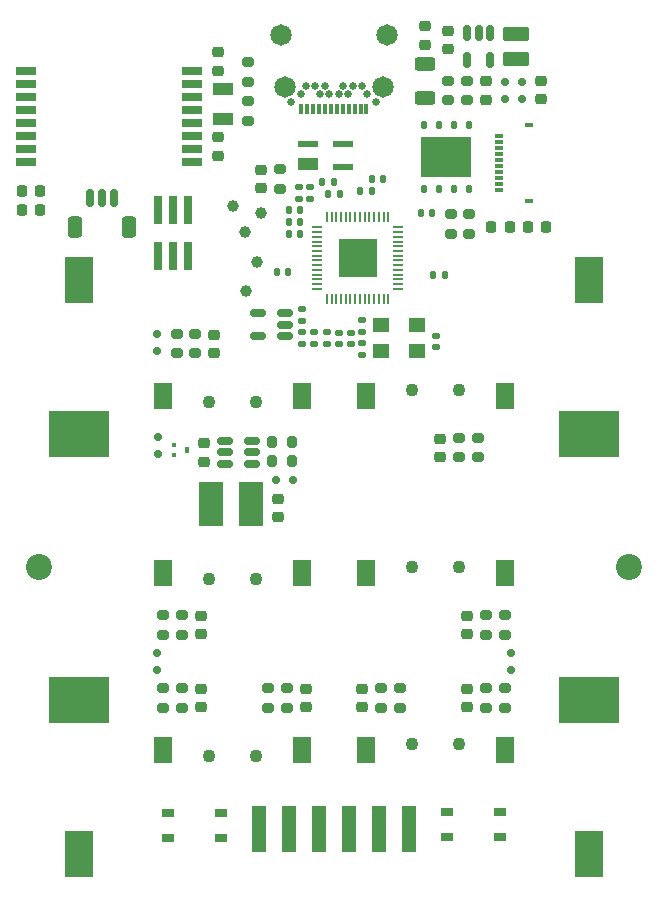
<source format=gbr>
%TF.GenerationSoftware,KiCad,Pcbnew,8.0.1*%
%TF.CreationDate,2024-04-03T20:32:23+03:00*%
%TF.ProjectId,gkos_pebble,676b6f73-5f70-4656-9262-6c652e6b6963,1*%
%TF.SameCoordinates,Original*%
%TF.FileFunction,Soldermask,Bot*%
%TF.FilePolarity,Negative*%
%FSLAX46Y46*%
G04 Gerber Fmt 4.6, Leading zero omitted, Abs format (unit mm)*
G04 Created by KiCad (PCBNEW 8.0.1) date 2024-04-03 20:32:23*
%MOMM*%
%LPD*%
G01*
G04 APERTURE LIST*
G04 Aperture macros list*
%AMRoundRect*
0 Rectangle with rounded corners*
0 $1 Rounding radius*
0 $2 $3 $4 $5 $6 $7 $8 $9 X,Y pos of 4 corners*
0 Add a 4 corners polygon primitive as box body*
4,1,4,$2,$3,$4,$5,$6,$7,$8,$9,$2,$3,0*
0 Add four circle primitives for the rounded corners*
1,1,$1+$1,$2,$3*
1,1,$1+$1,$4,$5*
1,1,$1+$1,$6,$7*
1,1,$1+$1,$8,$9*
0 Add four rect primitives between the rounded corners*
20,1,$1+$1,$2,$3,$4,$5,0*
20,1,$1+$1,$4,$5,$6,$7,0*
20,1,$1+$1,$6,$7,$8,$9,0*
20,1,$1+$1,$8,$9,$2,$3,0*%
G04 Aperture macros list end*
%ADD10C,2.200000*%
%ADD11RoundRect,0.200000X0.275000X-0.200000X0.275000X0.200000X-0.275000X0.200000X-0.275000X-0.200000X0*%
%ADD12RoundRect,0.250000X-0.850000X0.375000X-0.850000X-0.375000X0.850000X-0.375000X0.850000X0.375000X0*%
%ADD13RoundRect,0.150000X-0.200000X0.150000X-0.200000X-0.150000X0.200000X-0.150000X0.200000X0.150000X0*%
%ADD14C,1.100000*%
%ADD15R,1.500000X2.200000*%
%ADD16RoundRect,0.135000X0.185000X-0.135000X0.185000X0.135000X-0.185000X0.135000X-0.185000X-0.135000X0*%
%ADD17RoundRect,0.150000X-0.150000X0.512500X-0.150000X-0.512500X0.150000X-0.512500X0.150000X0.512500X0*%
%ADD18RoundRect,0.140000X-0.170000X0.140000X-0.170000X-0.140000X0.170000X-0.140000X0.170000X0.140000X0*%
%ADD19RoundRect,0.140000X-0.140000X-0.170000X0.140000X-0.170000X0.140000X0.170000X-0.140000X0.170000X0*%
%ADD20R,2.000000X3.800000*%
%ADD21RoundRect,0.225000X0.250000X-0.225000X0.250000X0.225000X-0.250000X0.225000X-0.250000X-0.225000X0*%
%ADD22RoundRect,0.150000X0.200000X-0.150000X0.200000X0.150000X-0.200000X0.150000X-0.200000X-0.150000X0*%
%ADD23RoundRect,0.140000X0.170000X-0.140000X0.170000X0.140000X-0.170000X0.140000X-0.170000X-0.140000X0*%
%ADD24R,0.740000X2.400000*%
%ADD25RoundRect,0.200000X-0.275000X0.200000X-0.275000X-0.200000X0.275000X-0.200000X0.275000X0.200000X0*%
%ADD26RoundRect,0.050000X0.387500X0.050000X-0.387500X0.050000X-0.387500X-0.050000X0.387500X-0.050000X0*%
%ADD27RoundRect,0.050000X0.050000X0.387500X-0.050000X0.387500X-0.050000X-0.387500X0.050000X-0.387500X0*%
%ADD28R,3.200000X3.200000*%
%ADD29RoundRect,0.140000X0.140000X0.170000X-0.140000X0.170000X-0.140000X-0.170000X0.140000X-0.170000X0*%
%ADD30RoundRect,0.200000X-0.200000X-0.275000X0.200000X-0.275000X0.200000X0.275000X-0.200000X0.275000X0*%
%ADD31R,0.450000X0.400000*%
%ADD32R,0.450000X0.500000*%
%ADD33RoundRect,0.135000X-0.135000X-0.185000X0.135000X-0.185000X0.135000X0.185000X-0.135000X0.185000X0*%
%ADD34RoundRect,0.225000X-0.250000X0.225000X-0.250000X-0.225000X0.250000X-0.225000X0.250000X0.225000X0*%
%ADD35C,1.000000*%
%ADD36RoundRect,0.225000X-0.225000X-0.250000X0.225000X-0.250000X0.225000X0.250000X-0.225000X0.250000X0*%
%ADD37RoundRect,0.218750X0.256250X-0.218750X0.256250X0.218750X-0.256250X0.218750X-0.256250X-0.218750X0*%
%ADD38R,1.400000X1.200000*%
%ADD39RoundRect,0.150000X-0.150000X-0.625000X0.150000X-0.625000X0.150000X0.625000X-0.150000X0.625000X0*%
%ADD40RoundRect,0.250000X-0.350000X-0.650000X0.350000X-0.650000X0.350000X0.650000X-0.350000X0.650000X0*%
%ADD41RoundRect,0.150000X-0.512500X-0.150000X0.512500X-0.150000X0.512500X0.150000X-0.512500X0.150000X0*%
%ADD42R,0.800000X0.300000*%
%ADD43R,0.800000X0.400000*%
%ADD44R,2.340000X3.960000*%
%ADD45R,5.080000X3.960000*%
%ADD46R,1.800000X0.800000*%
%ADD47RoundRect,0.150000X-0.150000X-0.200000X0.150000X-0.200000X0.150000X0.200000X-0.150000X0.200000X0*%
%ADD48R,1.800000X1.000000*%
%ADD49RoundRect,0.150000X0.512500X0.150000X-0.512500X0.150000X-0.512500X-0.150000X0.512500X-0.150000X0*%
%ADD50R,1.000000X0.700000*%
%ADD51C,0.650000*%
%ADD52R,0.300000X0.900000*%
%ADD53C,0.660000*%
%ADD54C,1.815000*%
%ADD55RoundRect,0.250000X0.625000X-0.312500X0.625000X0.312500X-0.625000X0.312500X-0.625000X-0.312500X0*%
%ADD56RoundRect,0.225000X0.225000X0.250000X-0.225000X0.250000X-0.225000X-0.250000X0.225000X-0.250000X0*%
%ADD57R,1.200000X4.000000*%
%ADD58R,1.700000X1.000000*%
%ADD59R,1.700000X0.600000*%
%ADD60RoundRect,0.125000X0.125000X-0.250000X0.125000X0.250000X-0.125000X0.250000X-0.125000X-0.250000X0*%
%ADD61R,4.300000X3.400000*%
G04 APERTURE END LIST*
D10*
%TO.C,H2*%
X124200000Y-107700000D03*
%TD*%
%TO.C,H1*%
X174200000Y-107700000D03*
%TD*%
D11*
%TO.C,R1*%
X141900000Y-66625000D03*
X141900000Y-64975000D03*
%TD*%
D12*
%TO.C,L1*%
X164650000Y-62575000D03*
X164650000Y-64725000D03*
%TD*%
D13*
%TO.C,D5*%
X134300000Y-98100000D03*
X134300000Y-96700000D03*
%TD*%
D14*
%TO.C,SW5*%
X155800000Y-107700000D03*
X159800000Y-107700000D03*
D15*
X151900000Y-108200000D03*
X163700000Y-108200000D03*
%TD*%
D16*
%TO.C,R9*%
X151596449Y-87810000D03*
X151596449Y-86790000D03*
%TD*%
D11*
%TO.C,R8*%
X160650000Y-79475000D03*
X160650000Y-77825000D03*
%TD*%
D17*
%TO.C,IC1*%
X160500000Y-62512500D03*
X161450000Y-62512500D03*
X162400000Y-62512500D03*
X162400000Y-64787500D03*
X160500000Y-64787500D03*
%TD*%
D11*
%TO.C,R16*%
X144650000Y-75675000D03*
X144650000Y-74025000D03*
%TD*%
D18*
%TO.C,C6*%
X157796449Y-88120000D03*
X157796449Y-89080000D03*
%TD*%
D19*
%TO.C,C19*%
X151445000Y-75875000D03*
X152405000Y-75875000D03*
%TD*%
D20*
%TO.C,L2*%
X142200000Y-102400000D03*
X138800000Y-102400000D03*
%TD*%
D21*
%TO.C,C22*%
X139400000Y-72875000D03*
X139400000Y-71325000D03*
%TD*%
%TO.C,C36*%
X146800000Y-119575000D03*
X146800000Y-118025000D03*
%TD*%
D11*
%TO.C,R21*%
X163700000Y-113425000D03*
X163700000Y-111775000D03*
%TD*%
D22*
%TO.C,D3*%
X164200000Y-115000000D03*
X164200000Y-116400000D03*
%TD*%
D21*
%TO.C,C8*%
X166750000Y-68075000D03*
X166750000Y-66525000D03*
%TD*%
D23*
%TO.C,C11*%
X147196449Y-76530000D03*
X147196449Y-75570000D03*
%TD*%
D24*
%TO.C,J1*%
X136870000Y-81400000D03*
X136870000Y-77500000D03*
X135600000Y-81400000D03*
X135600000Y-77500000D03*
X134330000Y-81400000D03*
X134330000Y-77500000D03*
%TD*%
D25*
%TO.C,R19*%
X134700000Y-117975000D03*
X134700000Y-119625000D03*
%TD*%
D26*
%TO.C,IC4*%
X154633949Y-78950000D03*
X154633949Y-79350000D03*
X154633949Y-79750000D03*
X154633949Y-80150000D03*
X154633949Y-80550000D03*
X154633949Y-80950000D03*
X154633949Y-81350000D03*
X154633949Y-81750000D03*
X154633949Y-82150000D03*
X154633949Y-82550000D03*
X154633949Y-82950000D03*
X154633949Y-83350000D03*
X154633949Y-83750000D03*
X154633949Y-84150000D03*
D27*
X153796449Y-84987500D03*
X153396449Y-84987500D03*
X152996449Y-84987500D03*
X152596449Y-84987500D03*
X152196449Y-84987500D03*
X151796449Y-84987500D03*
X151396449Y-84987500D03*
X150996449Y-84987500D03*
X150596449Y-84987500D03*
X150196449Y-84987500D03*
X149796449Y-84987500D03*
X149396449Y-84987500D03*
X148996449Y-84987500D03*
X148596449Y-84987500D03*
D26*
X147758949Y-84150000D03*
X147758949Y-83750000D03*
X147758949Y-83350000D03*
X147758949Y-82950000D03*
X147758949Y-82550000D03*
X147758949Y-82150000D03*
X147758949Y-81750000D03*
X147758949Y-81350000D03*
X147758949Y-80950000D03*
X147758949Y-80550000D03*
X147758949Y-80150000D03*
X147758949Y-79750000D03*
X147758949Y-79350000D03*
X147758949Y-78950000D03*
D27*
X148596449Y-78112500D03*
X148996449Y-78112500D03*
X149396449Y-78112500D03*
X149796449Y-78112500D03*
X150196449Y-78112500D03*
X150596449Y-78112500D03*
X150996449Y-78112500D03*
X151396449Y-78112500D03*
X151796449Y-78112500D03*
X152196449Y-78112500D03*
X152596449Y-78112500D03*
X152996449Y-78112500D03*
X153396449Y-78112500D03*
X153796449Y-78112500D03*
D28*
X151196449Y-81550000D03*
%TD*%
D29*
%TO.C,C20*%
X146326449Y-77500000D03*
X145366449Y-77500000D03*
%TD*%
D18*
%TO.C,C16*%
X150600000Y-87870000D03*
X150600000Y-88830000D03*
%TD*%
D14*
%TO.C,SW2*%
X142600000Y-108700000D03*
X138600000Y-108700000D03*
D15*
X146500000Y-108200000D03*
X134700000Y-108200000D03*
%TD*%
D11*
%TO.C,R25*%
X136300000Y-119625000D03*
X136300000Y-117975000D03*
%TD*%
D30*
%TO.C,R5*%
X143975000Y-98700000D03*
X145625000Y-98700000D03*
%TD*%
D31*
%TO.C,Q1*%
X135625000Y-98200000D03*
X135625000Y-97400000D03*
D32*
X136775000Y-97800000D03*
%TD*%
D33*
%TO.C,R10*%
X148190000Y-75100000D03*
X149210000Y-75100000D03*
%TD*%
D34*
%TO.C,C2*%
X158850000Y-62325000D03*
X158850000Y-63875000D03*
%TD*%
D19*
%TO.C,C17*%
X157620000Y-83000000D03*
X158580000Y-83000000D03*
%TD*%
D33*
%TO.C,R11*%
X148690000Y-76100000D03*
X149710000Y-76100000D03*
%TD*%
D34*
%TO.C,C27*%
X137900000Y-118025000D03*
X137900000Y-119575000D03*
%TD*%
D19*
%TO.C,C18*%
X156570000Y-77700000D03*
X157530000Y-77700000D03*
%TD*%
D35*
%TO.C,TP2*%
X141750000Y-84350000D03*
%TD*%
%TO.C,TP1*%
X140650000Y-77100000D03*
%TD*%
D11*
%TO.C,R2*%
X141900000Y-69925000D03*
X141900000Y-68275000D03*
%TD*%
D25*
%TO.C,R4*%
X158850000Y-66525000D03*
X158850000Y-68175000D03*
%TD*%
D34*
%TO.C,C25*%
X139075000Y-88025000D03*
X139075000Y-89575000D03*
%TD*%
D25*
%TO.C,R20*%
X163700000Y-117975000D03*
X163700000Y-119625000D03*
%TD*%
D36*
%TO.C,C23*%
X122775000Y-75850000D03*
X124325000Y-75850000D03*
%TD*%
D30*
%TO.C,R6*%
X143975000Y-97100000D03*
X145625000Y-97100000D03*
%TD*%
D11*
%TO.C,R22*%
X161400000Y-98425000D03*
X161400000Y-96775000D03*
%TD*%
D37*
%TO.C,D9*%
X143050000Y-75637500D03*
X143050000Y-74062500D03*
%TD*%
D11*
%TO.C,R42*%
X153200000Y-119625000D03*
X153200000Y-117975000D03*
%TD*%
D16*
%TO.C,R15*%
X146500000Y-86910000D03*
X146500000Y-85890000D03*
%TD*%
D38*
%TO.C,Y1*%
X156196449Y-89400000D03*
X153196449Y-89400000D03*
X153196449Y-87200000D03*
X156196449Y-87200000D03*
%TD*%
D25*
%TO.C,R38*%
X143600000Y-117975000D03*
X143600000Y-119625000D03*
%TD*%
D36*
%TO.C,C24*%
X122775000Y-77450000D03*
X124325000Y-77450000D03*
%TD*%
D39*
%TO.C,J3*%
X128550000Y-76425000D03*
X129550000Y-76425000D03*
X130550000Y-76425000D03*
D40*
X127250000Y-78950000D03*
X131850000Y-78950000D03*
%TD*%
D11*
%TO.C,R3*%
X160450000Y-68175000D03*
X160450000Y-66525000D03*
%TD*%
D41*
%TO.C,IC2*%
X139962500Y-98950000D03*
X139962500Y-98000000D03*
X139962500Y-97050000D03*
X142237500Y-97050000D03*
X142237500Y-98000000D03*
X142237500Y-98950000D03*
%TD*%
D23*
%TO.C,C7*%
X151596449Y-89730000D03*
X151596449Y-88770000D03*
%TD*%
D18*
%TO.C,C10*%
X149600000Y-87870000D03*
X149600000Y-88830000D03*
%TD*%
D42*
%TO.C,J5*%
X163205000Y-71250000D03*
X163205000Y-71750000D03*
X163205000Y-72250000D03*
X163205000Y-72750000D03*
X163205000Y-73250000D03*
X163205000Y-73750000D03*
X163205000Y-74250000D03*
X163205000Y-74750000D03*
X163205000Y-75250000D03*
X163205000Y-75750000D03*
D43*
X165705000Y-70250000D03*
X165705000Y-76750000D03*
%TD*%
D44*
%TO.C,BAT2*%
X170800000Y-132020000D03*
D45*
X170800000Y-118940000D03*
X170800000Y-96460000D03*
D44*
X170800000Y-83380000D03*
%TD*%
D16*
%TO.C,R14*%
X146500000Y-88860000D03*
X146500000Y-87840000D03*
%TD*%
D14*
%TO.C,SW6*%
X155800000Y-92700000D03*
X159800000Y-92700000D03*
D15*
X151900000Y-93200000D03*
X163700000Y-93200000D03*
%TD*%
D13*
%TO.C,D4*%
X134200000Y-89400000D03*
X134200000Y-88000000D03*
%TD*%
D23*
%TO.C,C9*%
X146196449Y-76530000D03*
X146196449Y-75570000D03*
%TD*%
D35*
%TO.C,TP4*%
X141700000Y-79350000D03*
%TD*%
D11*
%TO.C,R26*%
X162100000Y-119625000D03*
X162100000Y-117975000D03*
%TD*%
D36*
%TO.C,C38*%
X162525000Y-78900000D03*
X164075000Y-78900000D03*
%TD*%
D46*
%TO.C,MOD1*%
X137150000Y-65750000D03*
X137150000Y-66850000D03*
X137150000Y-67950000D03*
X137150000Y-69050000D03*
X137150000Y-70150000D03*
X137150000Y-71250000D03*
X137150000Y-72350000D03*
X137150000Y-73450000D03*
X123150000Y-73450000D03*
X123150000Y-72350000D03*
X123150000Y-71250000D03*
X123150000Y-70150000D03*
X123150000Y-69050000D03*
X123150000Y-67950000D03*
X123150000Y-66850000D03*
X123150000Y-65750000D03*
%TD*%
D35*
%TO.C,TP3*%
X142650000Y-81850000D03*
%TD*%
D11*
%TO.C,R41*%
X145200000Y-119625000D03*
X145200000Y-117975000D03*
%TD*%
D19*
%TO.C,C12*%
X152420000Y-74850000D03*
X153380000Y-74850000D03*
%TD*%
D25*
%TO.C,R39*%
X154800000Y-117975000D03*
X154800000Y-119625000D03*
%TD*%
D21*
%TO.C,C26*%
X137900000Y-113375000D03*
X137900000Y-111825000D03*
%TD*%
%TO.C,C1*%
X156900000Y-63475000D03*
X156900000Y-61925000D03*
%TD*%
D13*
%TO.C,D6*%
X163650000Y-68050000D03*
X163650000Y-66650000D03*
%TD*%
D29*
%TO.C,C14*%
X146326449Y-79500000D03*
X145366449Y-79500000D03*
%TD*%
D11*
%TO.C,R23*%
X137475000Y-89625000D03*
X137475000Y-87975000D03*
%TD*%
D47*
%TO.C,D7*%
X145700000Y-100300000D03*
X144300000Y-100300000D03*
%TD*%
D48*
%TO.C,Y2*%
X139800000Y-69750000D03*
X139800000Y-67250000D03*
%TD*%
D21*
%TO.C,C29*%
X160500000Y-113375000D03*
X160500000Y-111825000D03*
%TD*%
D25*
%TO.C,R17*%
X135875000Y-87975000D03*
X135875000Y-89625000D03*
%TD*%
D29*
%TO.C,C13*%
X146326449Y-78500000D03*
X145366449Y-78500000D03*
%TD*%
D49*
%TO.C,IC5*%
X145012500Y-86225000D03*
X145012500Y-87175000D03*
X145012500Y-88125000D03*
X142737500Y-88125000D03*
X142737500Y-86225000D03*
%TD*%
D34*
%TO.C,C4*%
X138200000Y-97225000D03*
X138200000Y-98775000D03*
%TD*%
D35*
%TO.C,TP5*%
X143000000Y-77750000D03*
%TD*%
D50*
%TO.C,SW12*%
X135150000Y-130675000D03*
X139650000Y-130675000D03*
X135150000Y-128525000D03*
X139650000Y-128525000D03*
%TD*%
D34*
%TO.C,C3*%
X162050000Y-66575000D03*
X162050000Y-68125000D03*
%TD*%
%TO.C,C5*%
X144500000Y-101925000D03*
X144500000Y-103475000D03*
%TD*%
D14*
%TO.C,SW4*%
X155800000Y-122700000D03*
X159800000Y-122700000D03*
D15*
X151900000Y-123200000D03*
X163700000Y-123200000D03*
%TD*%
D34*
%TO.C,C28*%
X160500000Y-118025000D03*
X160500000Y-119575000D03*
%TD*%
D25*
%TO.C,R27*%
X162100000Y-111775000D03*
X162100000Y-113425000D03*
%TD*%
D21*
%TO.C,C30*%
X158200000Y-98375000D03*
X158200000Y-96825000D03*
%TD*%
D25*
%TO.C,R28*%
X159800000Y-96775000D03*
X159800000Y-98425000D03*
%TD*%
D51*
%TO.C,J2*%
X145600000Y-68335000D03*
X152800000Y-68335000D03*
D52*
X146450000Y-68895000D03*
X146950000Y-68895000D03*
X147450000Y-68895000D03*
X147950000Y-68895000D03*
X148450000Y-68895000D03*
X148950000Y-68895000D03*
X149450000Y-68895000D03*
X149950000Y-68895000D03*
X150450000Y-68895000D03*
X150950000Y-68895000D03*
X151450000Y-68895000D03*
X151950000Y-68895000D03*
D53*
X152000000Y-67685000D03*
X151600000Y-66985000D03*
X150800000Y-66985000D03*
X150400000Y-67685000D03*
X150000000Y-66985000D03*
X149600000Y-67685000D03*
X148800000Y-67685000D03*
X148400000Y-66985000D03*
X148000000Y-67685000D03*
X147600000Y-66985000D03*
X146800000Y-66985000D03*
X146400000Y-67685000D03*
D54*
X145070000Y-67085000D03*
X144710000Y-62695000D03*
X153690000Y-62695000D03*
X153330000Y-67085000D03*
%TD*%
D29*
%TO.C,C15*%
X145330000Y-82750000D03*
X144370000Y-82750000D03*
%TD*%
D55*
%TO.C,F1*%
X156900000Y-68012500D03*
X156900000Y-65087500D03*
%TD*%
D56*
%TO.C,C39*%
X167175000Y-78900000D03*
X165625000Y-78900000D03*
%TD*%
D11*
%TO.C,R7*%
X159100000Y-79475000D03*
X159100000Y-77825000D03*
%TD*%
D57*
%TO.C,J4*%
X155570000Y-129850000D03*
X153030000Y-129850000D03*
X150490000Y-129850000D03*
X147950000Y-129850000D03*
X145410000Y-129850000D03*
X142870000Y-129850000D03*
%TD*%
D22*
%TO.C,D8*%
X165150000Y-66650000D03*
X165150000Y-68050000D03*
%TD*%
D11*
%TO.C,R18*%
X134700000Y-113425000D03*
X134700000Y-111775000D03*
%TD*%
D34*
%TO.C,C21*%
X139400000Y-64125000D03*
X139400000Y-65675000D03*
%TD*%
D14*
%TO.C,SW3*%
X142600000Y-123700000D03*
X138600000Y-123700000D03*
D15*
X146500000Y-123200000D03*
X134700000Y-123200000D03*
%TD*%
D16*
%TO.C,R13*%
X147540000Y-88850000D03*
X147540000Y-87830000D03*
%TD*%
D58*
%TO.C,D1*%
X147000000Y-73600000D03*
D59*
X147000000Y-71900000D03*
X150000000Y-71900000D03*
X150000000Y-73800000D03*
%TD*%
D44*
%TO.C,BAT1*%
X127600000Y-83380000D03*
D45*
X127600000Y-96460000D03*
X127600000Y-118940000D03*
D44*
X127600000Y-132020000D03*
%TD*%
D60*
%TO.C,IC3*%
X160605000Y-75700000D03*
X159335000Y-75700000D03*
X158065000Y-75700000D03*
X156795000Y-75700000D03*
X156795000Y-70300000D03*
X158065000Y-70300000D03*
X159335000Y-70300000D03*
X160605000Y-70300000D03*
D61*
X158700000Y-73000000D03*
%TD*%
D16*
%TO.C,R12*%
X148580000Y-88850000D03*
X148580000Y-87830000D03*
%TD*%
D34*
%TO.C,C37*%
X151600000Y-118025000D03*
X151600000Y-119575000D03*
%TD*%
D14*
%TO.C,SW1*%
X142600000Y-93700000D03*
X138600000Y-93700000D03*
D15*
X146500000Y-93200000D03*
X134700000Y-93200000D03*
%TD*%
D22*
%TO.C,D2*%
X134200000Y-115000000D03*
X134200000Y-116400000D03*
%TD*%
D50*
%TO.C,SW13*%
X158750000Y-130575000D03*
X163250000Y-130575000D03*
X158750000Y-128425000D03*
X163250000Y-128425000D03*
%TD*%
D25*
%TO.C,R24*%
X136300000Y-111775000D03*
X136300000Y-113425000D03*
%TD*%
M02*

</source>
